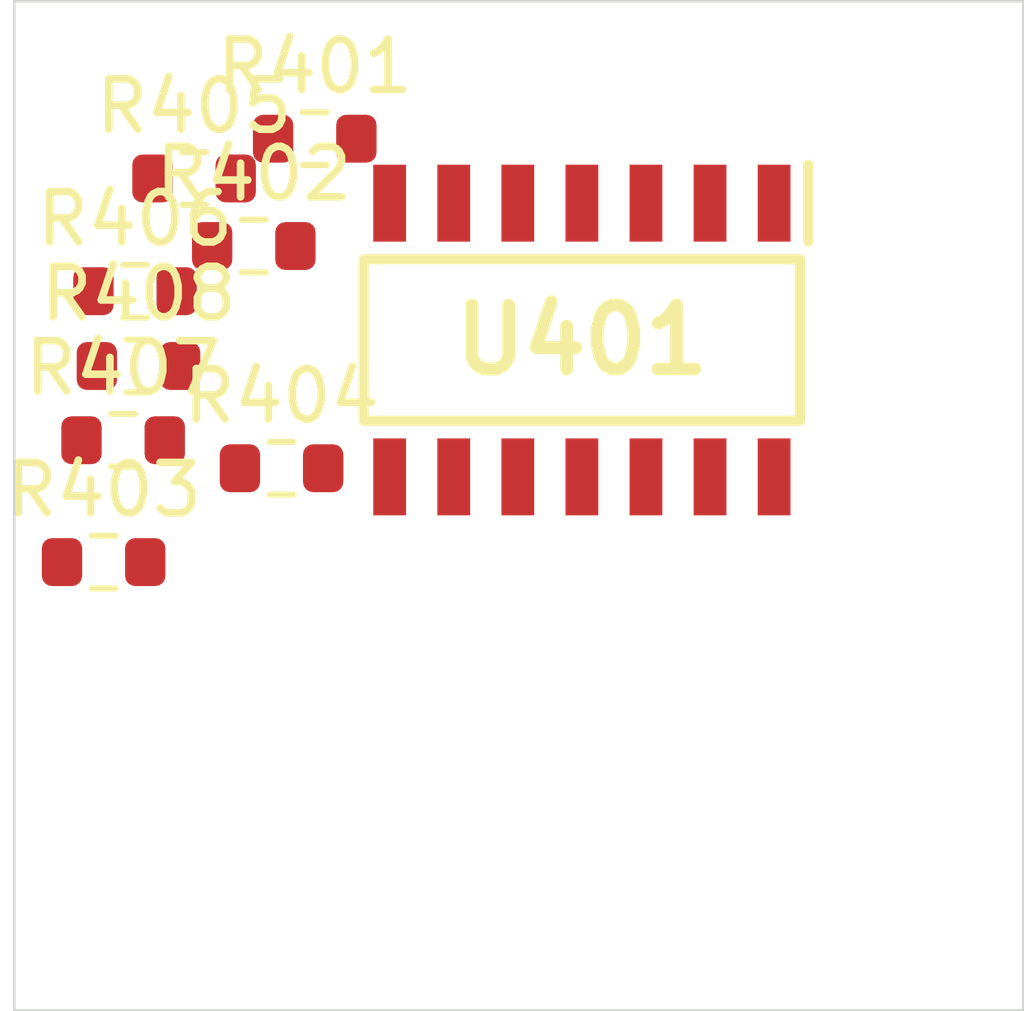
<source format=kicad_pcb>
 ( kicad_pcb  ( version 20171130 )
 ( host pcbnew 5.1.12-84ad8e8a86~92~ubuntu18.04.1 )
 ( general  ( thickness 1.6 )
 ( drawings 4 )
 ( tracks 0 )
 ( zones 0 )
 ( modules 9 )
 ( nets 14 )
)
 ( page A4 )
 ( layers  ( 0 F.Cu signal )
 ( 31 B.Cu signal )
 ( 32 B.Adhes user )
 ( 33 F.Adhes user )
 ( 34 B.Paste user )
 ( 35 F.Paste user )
 ( 36 B.SilkS user )
 ( 37 F.SilkS user )
 ( 38 B.Mask user )
 ( 39 F.Mask user )
 ( 40 Dwgs.User user )
 ( 41 Cmts.User user )
 ( 42 Eco1.User user )
 ( 43 Eco2.User user )
 ( 44 Edge.Cuts user )
 ( 45 Margin user )
 ( 46 B.CrtYd user )
 ( 47 F.CrtYd user )
 ( 48 B.Fab user )
 ( 49 F.Fab user )
)
 ( setup  ( last_trace_width 0.25 )
 ( trace_clearance 0.2 )
 ( zone_clearance 0.508 )
 ( zone_45_only no )
 ( trace_min 0.2 )
 ( via_size 0.8 )
 ( via_drill 0.4 )
 ( via_min_size 0.4 )
 ( via_min_drill 0.3 )
 ( uvia_size 0.3 )
 ( uvia_drill 0.1 )
 ( uvias_allowed no )
 ( uvia_min_size 0.2 )
 ( uvia_min_drill 0.1 )
 ( edge_width 0.05 )
 ( segment_width 0.2 )
 ( pcb_text_width 0.3 )
 ( pcb_text_size 1.5 1.5 )
 ( mod_edge_width 0.12 )
 ( mod_text_size 1 1 )
 ( mod_text_width 0.15 )
 ( pad_size 1.524 1.524 )
 ( pad_drill 0.762 )
 ( pad_to_mask_clearance 0 )
 ( aux_axis_origin 0 0 )
 ( visible_elements FFFFFF7F )
 ( pcbplotparams  ( layerselection 0x010fc_ffffffff )
 ( usegerberextensions false )
 ( usegerberattributes true )
 ( usegerberadvancedattributes true )
 ( creategerberjobfile true )
 ( excludeedgelayer true )
 ( linewidth 0.100000 )
 ( plotframeref false )
 ( viasonmask false )
 ( mode 1 )
 ( useauxorigin false )
 ( hpglpennumber 1 )
 ( hpglpenspeed 20 )
 ( hpglpendiameter 15.000000 )
 ( psnegative false )
 ( psa4output false )
 ( plotreference true )
 ( plotvalue true )
 ( plotinvisibletext false )
 ( padsonsilk false )
 ( subtractmaskfromsilk false )
 ( outputformat 1 )
 ( mirror false )
 ( drillshape 1 )
 ( scaleselection 1 )
 ( outputdirectory "" )
)
)
 ( net 0 "" )
 ( net 1 /Sheet6235D886/vp )
 ( net 2 /Sheet6248AD22/chn0 )
 ( net 3 /Sheet6248AD22/chn1 )
 ( net 4 /Sheet6248AD22/chn2 )
 ( net 5 /Sheet6248AD22/chn3 )
 ( net 6 "Net-(R401-Pad2)" )
 ( net 7 "Net-(R402-Pad2)" )
 ( net 8 "Net-(R403-Pad2)" )
 ( net 9 "Net-(R404-Pad2)" )
 ( net 10 /Sheet6248AD22/chn0_n )
 ( net 11 /Sheet6248AD22/chn1_n )
 ( net 12 /Sheet6248AD22/chn2_n )
 ( net 13 /Sheet6248AD22/chn3_n )
 ( net_class Default "This is the default net class."  ( clearance 0.2 )
 ( trace_width 0.25 )
 ( via_dia 0.8 )
 ( via_drill 0.4 )
 ( uvia_dia 0.3 )
 ( uvia_drill 0.1 )
 ( add_net /Sheet6235D886/vp )
 ( add_net /Sheet6248AD22/chn0 )
 ( add_net /Sheet6248AD22/chn0_n )
 ( add_net /Sheet6248AD22/chn1 )
 ( add_net /Sheet6248AD22/chn1_n )
 ( add_net /Sheet6248AD22/chn2 )
 ( add_net /Sheet6248AD22/chn2_n )
 ( add_net /Sheet6248AD22/chn3 )
 ( add_net /Sheet6248AD22/chn3_n )
 ( add_net "Net-(R401-Pad2)" )
 ( add_net "Net-(R402-Pad2)" )
 ( add_net "Net-(R403-Pad2)" )
 ( add_net "Net-(R404-Pad2)" )
)
 ( module Resistor_SMD:R_0603_1608Metric  ( layer F.Cu )
 ( tedit 5F68FEEE )
 ( tstamp 623425C8 )
 ( at 85.955900 102.724000 )
 ( descr "Resistor SMD 0603 (1608 Metric), square (rectangular) end terminal, IPC_7351 nominal, (Body size source: IPC-SM-782 page 72, https://www.pcb-3d.com/wordpress/wp-content/uploads/ipc-sm-782a_amendment_1_and_2.pdf), generated with kicad-footprint-generator" )
 ( tags resistor )
 ( path /6248AD23/6249ADFD )
 ( attr smd )
 ( fp_text reference R401  ( at 0 -1.43 )
 ( layer F.SilkS )
 ( effects  ( font  ( size 1 1 )
 ( thickness 0.15 )
)
)
)
 ( fp_text value 10M  ( at 0 1.43 )
 ( layer F.Fab )
 ( effects  ( font  ( size 1 1 )
 ( thickness 0.15 )
)
)
)
 ( fp_line  ( start -0.8 0.4125 )
 ( end -0.8 -0.4125 )
 ( layer F.Fab )
 ( width 0.1 )
)
 ( fp_line  ( start -0.8 -0.4125 )
 ( end 0.8 -0.4125 )
 ( layer F.Fab )
 ( width 0.1 )
)
 ( fp_line  ( start 0.8 -0.4125 )
 ( end 0.8 0.4125 )
 ( layer F.Fab )
 ( width 0.1 )
)
 ( fp_line  ( start 0.8 0.4125 )
 ( end -0.8 0.4125 )
 ( layer F.Fab )
 ( width 0.1 )
)
 ( fp_line  ( start -0.237258 -0.5225 )
 ( end 0.237258 -0.5225 )
 ( layer F.SilkS )
 ( width 0.12 )
)
 ( fp_line  ( start -0.237258 0.5225 )
 ( end 0.237258 0.5225 )
 ( layer F.SilkS )
 ( width 0.12 )
)
 ( fp_line  ( start -1.48 0.73 )
 ( end -1.48 -0.73 )
 ( layer F.CrtYd )
 ( width 0.05 )
)
 ( fp_line  ( start -1.48 -0.73 )
 ( end 1.48 -0.73 )
 ( layer F.CrtYd )
 ( width 0.05 )
)
 ( fp_line  ( start 1.48 -0.73 )
 ( end 1.48 0.73 )
 ( layer F.CrtYd )
 ( width 0.05 )
)
 ( fp_line  ( start 1.48 0.73 )
 ( end -1.48 0.73 )
 ( layer F.CrtYd )
 ( width 0.05 )
)
 ( fp_text user %R  ( at 0 0 )
 ( layer F.Fab )
 ( effects  ( font  ( size 0.4 0.4 )
 ( thickness 0.06 )
)
)
)
 ( pad 2 smd roundrect  ( at 0.825 0 )
 ( size 0.8 0.95 )
 ( layers F.Cu F.Mask F.Paste )
 ( roundrect_rratio 0.25 )
 ( net 6 "Net-(R401-Pad2)" )
)
 ( pad 1 smd roundrect  ( at -0.825 0 )
 ( size 0.8 0.95 )
 ( layers F.Cu F.Mask F.Paste )
 ( roundrect_rratio 0.25 )
 ( net 10 /Sheet6248AD22/chn0_n )
)
 ( model ${KISYS3DMOD}/Resistor_SMD.3dshapes/R_0603_1608Metric.wrl  ( at  ( xyz 0 0 0 )
)
 ( scale  ( xyz 1 1 1 )
)
 ( rotate  ( xyz 0 0 0 )
)
)
)
 ( module Resistor_SMD:R_0603_1608Metric  ( layer F.Cu )
 ( tedit 5F68FEEE )
 ( tstamp 623425D9 )
 ( at 84.747800 104.851000 )
 ( descr "Resistor SMD 0603 (1608 Metric), square (rectangular) end terminal, IPC_7351 nominal, (Body size source: IPC-SM-782 page 72, https://www.pcb-3d.com/wordpress/wp-content/uploads/ipc-sm-782a_amendment_1_and_2.pdf), generated with kicad-footprint-generator" )
 ( tags resistor )
 ( path /6248AD23/6249B75E )
 ( attr smd )
 ( fp_text reference R402  ( at 0 -1.43 )
 ( layer F.SilkS )
 ( effects  ( font  ( size 1 1 )
 ( thickness 0.15 )
)
)
)
 ( fp_text value 10M  ( at 0 1.43 )
 ( layer F.Fab )
 ( effects  ( font  ( size 1 1 )
 ( thickness 0.15 )
)
)
)
 ( fp_line  ( start 1.48 0.73 )
 ( end -1.48 0.73 )
 ( layer F.CrtYd )
 ( width 0.05 )
)
 ( fp_line  ( start 1.48 -0.73 )
 ( end 1.48 0.73 )
 ( layer F.CrtYd )
 ( width 0.05 )
)
 ( fp_line  ( start -1.48 -0.73 )
 ( end 1.48 -0.73 )
 ( layer F.CrtYd )
 ( width 0.05 )
)
 ( fp_line  ( start -1.48 0.73 )
 ( end -1.48 -0.73 )
 ( layer F.CrtYd )
 ( width 0.05 )
)
 ( fp_line  ( start -0.237258 0.5225 )
 ( end 0.237258 0.5225 )
 ( layer F.SilkS )
 ( width 0.12 )
)
 ( fp_line  ( start -0.237258 -0.5225 )
 ( end 0.237258 -0.5225 )
 ( layer F.SilkS )
 ( width 0.12 )
)
 ( fp_line  ( start 0.8 0.4125 )
 ( end -0.8 0.4125 )
 ( layer F.Fab )
 ( width 0.1 )
)
 ( fp_line  ( start 0.8 -0.4125 )
 ( end 0.8 0.4125 )
 ( layer F.Fab )
 ( width 0.1 )
)
 ( fp_line  ( start -0.8 -0.4125 )
 ( end 0.8 -0.4125 )
 ( layer F.Fab )
 ( width 0.1 )
)
 ( fp_line  ( start -0.8 0.4125 )
 ( end -0.8 -0.4125 )
 ( layer F.Fab )
 ( width 0.1 )
)
 ( fp_text user %R  ( at 0 0 )
 ( layer F.Fab )
 ( effects  ( font  ( size 0.4 0.4 )
 ( thickness 0.06 )
)
)
)
 ( pad 1 smd roundrect  ( at -0.825 0 )
 ( size 0.8 0.95 )
 ( layers F.Cu F.Mask F.Paste )
 ( roundrect_rratio 0.25 )
 ( net 11 /Sheet6248AD22/chn1_n )
)
 ( pad 2 smd roundrect  ( at 0.825 0 )
 ( size 0.8 0.95 )
 ( layers F.Cu F.Mask F.Paste )
 ( roundrect_rratio 0.25 )
 ( net 7 "Net-(R402-Pad2)" )
)
 ( model ${KISYS3DMOD}/Resistor_SMD.3dshapes/R_0603_1608Metric.wrl  ( at  ( xyz 0 0 0 )
)
 ( scale  ( xyz 1 1 1 )
)
 ( rotate  ( xyz 0 0 0 )
)
)
)
 ( module Resistor_SMD:R_0603_1608Metric  ( layer F.Cu )
 ( tedit 5F68FEEE )
 ( tstamp 623425EA )
 ( at 81.771700 111.115000 )
 ( descr "Resistor SMD 0603 (1608 Metric), square (rectangular) end terminal, IPC_7351 nominal, (Body size source: IPC-SM-782 page 72, https://www.pcb-3d.com/wordpress/wp-content/uploads/ipc-sm-782a_amendment_1_and_2.pdf), generated with kicad-footprint-generator" )
 ( tags resistor )
 ( path /6248AD23/6249FB7A )
 ( attr smd )
 ( fp_text reference R403  ( at 0 -1.43 )
 ( layer F.SilkS )
 ( effects  ( font  ( size 1 1 )
 ( thickness 0.15 )
)
)
)
 ( fp_text value 10M  ( at 0 1.43 )
 ( layer F.Fab )
 ( effects  ( font  ( size 1 1 )
 ( thickness 0.15 )
)
)
)
 ( fp_line  ( start 1.48 0.73 )
 ( end -1.48 0.73 )
 ( layer F.CrtYd )
 ( width 0.05 )
)
 ( fp_line  ( start 1.48 -0.73 )
 ( end 1.48 0.73 )
 ( layer F.CrtYd )
 ( width 0.05 )
)
 ( fp_line  ( start -1.48 -0.73 )
 ( end 1.48 -0.73 )
 ( layer F.CrtYd )
 ( width 0.05 )
)
 ( fp_line  ( start -1.48 0.73 )
 ( end -1.48 -0.73 )
 ( layer F.CrtYd )
 ( width 0.05 )
)
 ( fp_line  ( start -0.237258 0.5225 )
 ( end 0.237258 0.5225 )
 ( layer F.SilkS )
 ( width 0.12 )
)
 ( fp_line  ( start -0.237258 -0.5225 )
 ( end 0.237258 -0.5225 )
 ( layer F.SilkS )
 ( width 0.12 )
)
 ( fp_line  ( start 0.8 0.4125 )
 ( end -0.8 0.4125 )
 ( layer F.Fab )
 ( width 0.1 )
)
 ( fp_line  ( start 0.8 -0.4125 )
 ( end 0.8 0.4125 )
 ( layer F.Fab )
 ( width 0.1 )
)
 ( fp_line  ( start -0.8 -0.4125 )
 ( end 0.8 -0.4125 )
 ( layer F.Fab )
 ( width 0.1 )
)
 ( fp_line  ( start -0.8 0.4125 )
 ( end -0.8 -0.4125 )
 ( layer F.Fab )
 ( width 0.1 )
)
 ( fp_text user %R  ( at 0 0 )
 ( layer F.Fab )
 ( effects  ( font  ( size 0.4 0.4 )
 ( thickness 0.06 )
)
)
)
 ( pad 1 smd roundrect  ( at -0.825 0 )
 ( size 0.8 0.95 )
 ( layers F.Cu F.Mask F.Paste )
 ( roundrect_rratio 0.25 )
 ( net 12 /Sheet6248AD22/chn2_n )
)
 ( pad 2 smd roundrect  ( at 0.825 0 )
 ( size 0.8 0.95 )
 ( layers F.Cu F.Mask F.Paste )
 ( roundrect_rratio 0.25 )
 ( net 8 "Net-(R403-Pad2)" )
)
 ( model ${KISYS3DMOD}/Resistor_SMD.3dshapes/R_0603_1608Metric.wrl  ( at  ( xyz 0 0 0 )
)
 ( scale  ( xyz 1 1 1 )
)
 ( rotate  ( xyz 0 0 0 )
)
)
)
 ( module Resistor_SMD:R_0603_1608Metric  ( layer F.Cu )
 ( tedit 5F68FEEE )
 ( tstamp 623425FB )
 ( at 85.298100 109.255000 )
 ( descr "Resistor SMD 0603 (1608 Metric), square (rectangular) end terminal, IPC_7351 nominal, (Body size source: IPC-SM-782 page 72, https://www.pcb-3d.com/wordpress/wp-content/uploads/ipc-sm-782a_amendment_1_and_2.pdf), generated with kicad-footprint-generator" )
 ( tags resistor )
 ( path /6248AD23/6249FB74 )
 ( attr smd )
 ( fp_text reference R404  ( at 0 -1.43 )
 ( layer F.SilkS )
 ( effects  ( font  ( size 1 1 )
 ( thickness 0.15 )
)
)
)
 ( fp_text value 10M  ( at 0 1.43 )
 ( layer F.Fab )
 ( effects  ( font  ( size 1 1 )
 ( thickness 0.15 )
)
)
)
 ( fp_line  ( start -0.8 0.4125 )
 ( end -0.8 -0.4125 )
 ( layer F.Fab )
 ( width 0.1 )
)
 ( fp_line  ( start -0.8 -0.4125 )
 ( end 0.8 -0.4125 )
 ( layer F.Fab )
 ( width 0.1 )
)
 ( fp_line  ( start 0.8 -0.4125 )
 ( end 0.8 0.4125 )
 ( layer F.Fab )
 ( width 0.1 )
)
 ( fp_line  ( start 0.8 0.4125 )
 ( end -0.8 0.4125 )
 ( layer F.Fab )
 ( width 0.1 )
)
 ( fp_line  ( start -0.237258 -0.5225 )
 ( end 0.237258 -0.5225 )
 ( layer F.SilkS )
 ( width 0.12 )
)
 ( fp_line  ( start -0.237258 0.5225 )
 ( end 0.237258 0.5225 )
 ( layer F.SilkS )
 ( width 0.12 )
)
 ( fp_line  ( start -1.48 0.73 )
 ( end -1.48 -0.73 )
 ( layer F.CrtYd )
 ( width 0.05 )
)
 ( fp_line  ( start -1.48 -0.73 )
 ( end 1.48 -0.73 )
 ( layer F.CrtYd )
 ( width 0.05 )
)
 ( fp_line  ( start 1.48 -0.73 )
 ( end 1.48 0.73 )
 ( layer F.CrtYd )
 ( width 0.05 )
)
 ( fp_line  ( start 1.48 0.73 )
 ( end -1.48 0.73 )
 ( layer F.CrtYd )
 ( width 0.05 )
)
 ( fp_text user %R  ( at 0 0 )
 ( layer F.Fab )
 ( effects  ( font  ( size 0.4 0.4 )
 ( thickness 0.06 )
)
)
)
 ( pad 2 smd roundrect  ( at 0.825 0 )
 ( size 0.8 0.95 )
 ( layers F.Cu F.Mask F.Paste )
 ( roundrect_rratio 0.25 )
 ( net 9 "Net-(R404-Pad2)" )
)
 ( pad 1 smd roundrect  ( at -0.825 0 )
 ( size 0.8 0.95 )
 ( layers F.Cu F.Mask F.Paste )
 ( roundrect_rratio 0.25 )
 ( net 13 /Sheet6248AD22/chn3_n )
)
 ( model ${KISYS3DMOD}/Resistor_SMD.3dshapes/R_0603_1608Metric.wrl  ( at  ( xyz 0 0 0 )
)
 ( scale  ( xyz 1 1 1 )
)
 ( rotate  ( xyz 0 0 0 )
)
)
)
 ( module Resistor_SMD:R_0603_1608Metric  ( layer F.Cu )
 ( tedit 5F68FEEE )
 ( tstamp 6234260C )
 ( at 83.564600 103.512000 )
 ( descr "Resistor SMD 0603 (1608 Metric), square (rectangular) end terminal, IPC_7351 nominal, (Body size source: IPC-SM-782 page 72, https://www.pcb-3d.com/wordpress/wp-content/uploads/ipc-sm-782a_amendment_1_and_2.pdf), generated with kicad-footprint-generator" )
 ( tags resistor )
 ( path /6248AD23/62497F62 )
 ( attr smd )
 ( fp_text reference R405  ( at 0 -1.43 )
 ( layer F.SilkS )
 ( effects  ( font  ( size 1 1 )
 ( thickness 0.15 )
)
)
)
 ( fp_text value 750k  ( at 0 1.43 )
 ( layer F.Fab )
 ( effects  ( font  ( size 1 1 )
 ( thickness 0.15 )
)
)
)
 ( fp_line  ( start -0.8 0.4125 )
 ( end -0.8 -0.4125 )
 ( layer F.Fab )
 ( width 0.1 )
)
 ( fp_line  ( start -0.8 -0.4125 )
 ( end 0.8 -0.4125 )
 ( layer F.Fab )
 ( width 0.1 )
)
 ( fp_line  ( start 0.8 -0.4125 )
 ( end 0.8 0.4125 )
 ( layer F.Fab )
 ( width 0.1 )
)
 ( fp_line  ( start 0.8 0.4125 )
 ( end -0.8 0.4125 )
 ( layer F.Fab )
 ( width 0.1 )
)
 ( fp_line  ( start -0.237258 -0.5225 )
 ( end 0.237258 -0.5225 )
 ( layer F.SilkS )
 ( width 0.12 )
)
 ( fp_line  ( start -0.237258 0.5225 )
 ( end 0.237258 0.5225 )
 ( layer F.SilkS )
 ( width 0.12 )
)
 ( fp_line  ( start -1.48 0.73 )
 ( end -1.48 -0.73 )
 ( layer F.CrtYd )
 ( width 0.05 )
)
 ( fp_line  ( start -1.48 -0.73 )
 ( end 1.48 -0.73 )
 ( layer F.CrtYd )
 ( width 0.05 )
)
 ( fp_line  ( start 1.48 -0.73 )
 ( end 1.48 0.73 )
 ( layer F.CrtYd )
 ( width 0.05 )
)
 ( fp_line  ( start 1.48 0.73 )
 ( end -1.48 0.73 )
 ( layer F.CrtYd )
 ( width 0.05 )
)
 ( fp_text user %R  ( at 0 0 )
 ( layer F.Fab )
 ( effects  ( font  ( size 0.4 0.4 )
 ( thickness 0.06 )
)
)
)
 ( pad 2 smd roundrect  ( at 0.825 0 )
 ( size 0.8 0.95 )
 ( layers F.Cu F.Mask F.Paste )
 ( roundrect_rratio 0.25 )
 ( net 6 "Net-(R401-Pad2)" )
)
 ( pad 1 smd roundrect  ( at -0.825 0 )
 ( size 0.8 0.95 )
 ( layers F.Cu F.Mask F.Paste )
 ( roundrect_rratio 0.25 )
 ( net 1 /Sheet6235D886/vp )
)
 ( model ${KISYS3DMOD}/Resistor_SMD.3dshapes/R_0603_1608Metric.wrl  ( at  ( xyz 0 0 0 )
)
 ( scale  ( xyz 1 1 1 )
)
 ( rotate  ( xyz 0 0 0 )
)
)
)
 ( module Resistor_SMD:R_0603_1608Metric  ( layer F.Cu )
 ( tedit 5F68FEEE )
 ( tstamp 6234261D )
 ( at 82.395200 105.746000 )
 ( descr "Resistor SMD 0603 (1608 Metric), square (rectangular) end terminal, IPC_7351 nominal, (Body size source: IPC-SM-782 page 72, https://www.pcb-3d.com/wordpress/wp-content/uploads/ipc-sm-782a_amendment_1_and_2.pdf), generated with kicad-footprint-generator" )
 ( tags resistor )
 ( path /6248AD23/62499098 )
 ( attr smd )
 ( fp_text reference R406  ( at 0 -1.43 )
 ( layer F.SilkS )
 ( effects  ( font  ( size 1 1 )
 ( thickness 0.15 )
)
)
)
 ( fp_text value 750k  ( at 0 1.43 )
 ( layer F.Fab )
 ( effects  ( font  ( size 1 1 )
 ( thickness 0.15 )
)
)
)
 ( fp_line  ( start 1.48 0.73 )
 ( end -1.48 0.73 )
 ( layer F.CrtYd )
 ( width 0.05 )
)
 ( fp_line  ( start 1.48 -0.73 )
 ( end 1.48 0.73 )
 ( layer F.CrtYd )
 ( width 0.05 )
)
 ( fp_line  ( start -1.48 -0.73 )
 ( end 1.48 -0.73 )
 ( layer F.CrtYd )
 ( width 0.05 )
)
 ( fp_line  ( start -1.48 0.73 )
 ( end -1.48 -0.73 )
 ( layer F.CrtYd )
 ( width 0.05 )
)
 ( fp_line  ( start -0.237258 0.5225 )
 ( end 0.237258 0.5225 )
 ( layer F.SilkS )
 ( width 0.12 )
)
 ( fp_line  ( start -0.237258 -0.5225 )
 ( end 0.237258 -0.5225 )
 ( layer F.SilkS )
 ( width 0.12 )
)
 ( fp_line  ( start 0.8 0.4125 )
 ( end -0.8 0.4125 )
 ( layer F.Fab )
 ( width 0.1 )
)
 ( fp_line  ( start 0.8 -0.4125 )
 ( end 0.8 0.4125 )
 ( layer F.Fab )
 ( width 0.1 )
)
 ( fp_line  ( start -0.8 -0.4125 )
 ( end 0.8 -0.4125 )
 ( layer F.Fab )
 ( width 0.1 )
)
 ( fp_line  ( start -0.8 0.4125 )
 ( end -0.8 -0.4125 )
 ( layer F.Fab )
 ( width 0.1 )
)
 ( fp_text user %R  ( at 0 0 )
 ( layer F.Fab )
 ( effects  ( font  ( size 0.4 0.4 )
 ( thickness 0.06 )
)
)
)
 ( pad 1 smd roundrect  ( at -0.825 0 )
 ( size 0.8 0.95 )
 ( layers F.Cu F.Mask F.Paste )
 ( roundrect_rratio 0.25 )
 ( net 1 /Sheet6235D886/vp )
)
 ( pad 2 smd roundrect  ( at 0.825 0 )
 ( size 0.8 0.95 )
 ( layers F.Cu F.Mask F.Paste )
 ( roundrect_rratio 0.25 )
 ( net 7 "Net-(R402-Pad2)" )
)
 ( model ${KISYS3DMOD}/Resistor_SMD.3dshapes/R_0603_1608Metric.wrl  ( at  ( xyz 0 0 0 )
)
 ( scale  ( xyz 1 1 1 )
)
 ( rotate  ( xyz 0 0 0 )
)
)
)
 ( module Resistor_SMD:R_0603_1608Metric  ( layer F.Cu )
 ( tedit 5F68FEEE )
 ( tstamp 6234262E )
 ( at 82.158300 108.700000 )
 ( descr "Resistor SMD 0603 (1608 Metric), square (rectangular) end terminal, IPC_7351 nominal, (Body size source: IPC-SM-782 page 72, https://www.pcb-3d.com/wordpress/wp-content/uploads/ipc-sm-782a_amendment_1_and_2.pdf), generated with kicad-footprint-generator" )
 ( tags resistor )
 ( path /6248AD23/624A0FFB )
 ( attr smd )
 ( fp_text reference R407  ( at 0 -1.43 )
 ( layer F.SilkS )
 ( effects  ( font  ( size 1 1 )
 ( thickness 0.15 )
)
)
)
 ( fp_text value 1.5M  ( at 0 1.43 )
 ( layer F.Fab )
 ( effects  ( font  ( size 1 1 )
 ( thickness 0.15 )
)
)
)
 ( fp_line  ( start 1.48 0.73 )
 ( end -1.48 0.73 )
 ( layer F.CrtYd )
 ( width 0.05 )
)
 ( fp_line  ( start 1.48 -0.73 )
 ( end 1.48 0.73 )
 ( layer F.CrtYd )
 ( width 0.05 )
)
 ( fp_line  ( start -1.48 -0.73 )
 ( end 1.48 -0.73 )
 ( layer F.CrtYd )
 ( width 0.05 )
)
 ( fp_line  ( start -1.48 0.73 )
 ( end -1.48 -0.73 )
 ( layer F.CrtYd )
 ( width 0.05 )
)
 ( fp_line  ( start -0.237258 0.5225 )
 ( end 0.237258 0.5225 )
 ( layer F.SilkS )
 ( width 0.12 )
)
 ( fp_line  ( start -0.237258 -0.5225 )
 ( end 0.237258 -0.5225 )
 ( layer F.SilkS )
 ( width 0.12 )
)
 ( fp_line  ( start 0.8 0.4125 )
 ( end -0.8 0.4125 )
 ( layer F.Fab )
 ( width 0.1 )
)
 ( fp_line  ( start 0.8 -0.4125 )
 ( end 0.8 0.4125 )
 ( layer F.Fab )
 ( width 0.1 )
)
 ( fp_line  ( start -0.8 -0.4125 )
 ( end 0.8 -0.4125 )
 ( layer F.Fab )
 ( width 0.1 )
)
 ( fp_line  ( start -0.8 0.4125 )
 ( end -0.8 -0.4125 )
 ( layer F.Fab )
 ( width 0.1 )
)
 ( fp_text user %R  ( at 0 0 )
 ( layer F.Fab )
 ( effects  ( font  ( size 0.4 0.4 )
 ( thickness 0.06 )
)
)
)
 ( pad 1 smd roundrect  ( at -0.825 0 )
 ( size 0.8 0.95 )
 ( layers F.Cu F.Mask F.Paste )
 ( roundrect_rratio 0.25 )
 ( net 1 /Sheet6235D886/vp )
)
 ( pad 2 smd roundrect  ( at 0.825 0 )
 ( size 0.8 0.95 )
 ( layers F.Cu F.Mask F.Paste )
 ( roundrect_rratio 0.25 )
 ( net 8 "Net-(R403-Pad2)" )
)
 ( model ${KISYS3DMOD}/Resistor_SMD.3dshapes/R_0603_1608Metric.wrl  ( at  ( xyz 0 0 0 )
)
 ( scale  ( xyz 1 1 1 )
)
 ( rotate  ( xyz 0 0 0 )
)
)
)
 ( module Resistor_SMD:R_0603_1608Metric  ( layer F.Cu )
 ( tedit 5F68FEEE )
 ( tstamp 6234263F )
 ( at 82.463400 107.229000 )
 ( descr "Resistor SMD 0603 (1608 Metric), square (rectangular) end terminal, IPC_7351 nominal, (Body size source: IPC-SM-782 page 72, https://www.pcb-3d.com/wordpress/wp-content/uploads/ipc-sm-782a_amendment_1_and_2.pdf), generated with kicad-footprint-generator" )
 ( tags resistor )
 ( path /6248AD23/624A093C )
 ( attr smd )
 ( fp_text reference R408  ( at 0 -1.43 )
 ( layer F.SilkS )
 ( effects  ( font  ( size 1 1 )
 ( thickness 0.15 )
)
)
)
 ( fp_text value 1.5M  ( at 0 1.43 )
 ( layer F.Fab )
 ( effects  ( font  ( size 1 1 )
 ( thickness 0.15 )
)
)
)
 ( fp_line  ( start -0.8 0.4125 )
 ( end -0.8 -0.4125 )
 ( layer F.Fab )
 ( width 0.1 )
)
 ( fp_line  ( start -0.8 -0.4125 )
 ( end 0.8 -0.4125 )
 ( layer F.Fab )
 ( width 0.1 )
)
 ( fp_line  ( start 0.8 -0.4125 )
 ( end 0.8 0.4125 )
 ( layer F.Fab )
 ( width 0.1 )
)
 ( fp_line  ( start 0.8 0.4125 )
 ( end -0.8 0.4125 )
 ( layer F.Fab )
 ( width 0.1 )
)
 ( fp_line  ( start -0.237258 -0.5225 )
 ( end 0.237258 -0.5225 )
 ( layer F.SilkS )
 ( width 0.12 )
)
 ( fp_line  ( start -0.237258 0.5225 )
 ( end 0.237258 0.5225 )
 ( layer F.SilkS )
 ( width 0.12 )
)
 ( fp_line  ( start -1.48 0.73 )
 ( end -1.48 -0.73 )
 ( layer F.CrtYd )
 ( width 0.05 )
)
 ( fp_line  ( start -1.48 -0.73 )
 ( end 1.48 -0.73 )
 ( layer F.CrtYd )
 ( width 0.05 )
)
 ( fp_line  ( start 1.48 -0.73 )
 ( end 1.48 0.73 )
 ( layer F.CrtYd )
 ( width 0.05 )
)
 ( fp_line  ( start 1.48 0.73 )
 ( end -1.48 0.73 )
 ( layer F.CrtYd )
 ( width 0.05 )
)
 ( fp_text user %R  ( at 0 0 )
 ( layer F.Fab )
 ( effects  ( font  ( size 0.4 0.4 )
 ( thickness 0.06 )
)
)
)
 ( pad 2 smd roundrect  ( at 0.825 0 )
 ( size 0.8 0.95 )
 ( layers F.Cu F.Mask F.Paste )
 ( roundrect_rratio 0.25 )
 ( net 9 "Net-(R404-Pad2)" )
)
 ( pad 1 smd roundrect  ( at -0.825 0 )
 ( size 0.8 0.95 )
 ( layers F.Cu F.Mask F.Paste )
 ( roundrect_rratio 0.25 )
 ( net 1 /Sheet6235D886/vp )
)
 ( model ${KISYS3DMOD}/Resistor_SMD.3dshapes/R_0603_1608Metric.wrl  ( at  ( xyz 0 0 0 )
)
 ( scale  ( xyz 1 1 1 )
)
 ( rotate  ( xyz 0 0 0 )
)
)
)
 ( module TL074HIDR:SOIC127P600X175-14N locked  ( layer F.Cu )
 ( tedit 62336F37 )
 ( tstamp 62342709 )
 ( at 91.250400 106.714000 270.000000 )
 ( descr "D (-R-PDSO-G14)" )
 ( tags "Integrated Circuit" )
 ( path /6248AD23/624976B2 )
 ( attr smd )
 ( fp_text reference U401  ( at 0 0 )
 ( layer F.SilkS )
 ( effects  ( font  ( size 1.27 1.27 )
 ( thickness 0.254 )
)
)
)
 ( fp_text value TL074  ( at 0 0 )
 ( layer F.SilkS )
hide  ( effects  ( font  ( size 1.27 1.27 )
 ( thickness 0.254 )
)
)
)
 ( fp_line  ( start -3.725 -4.625 )
 ( end 3.725 -4.625 )
 ( layer Dwgs.User )
 ( width 0.05 )
)
 ( fp_line  ( start 3.725 -4.625 )
 ( end 3.725 4.625 )
 ( layer Dwgs.User )
 ( width 0.05 )
)
 ( fp_line  ( start 3.725 4.625 )
 ( end -3.725 4.625 )
 ( layer Dwgs.User )
 ( width 0.05 )
)
 ( fp_line  ( start -3.725 4.625 )
 ( end -3.725 -4.625 )
 ( layer Dwgs.User )
 ( width 0.05 )
)
 ( fp_line  ( start -1.95 -4.325 )
 ( end 1.95 -4.325 )
 ( layer Dwgs.User )
 ( width 0.1 )
)
 ( fp_line  ( start 1.95 -4.325 )
 ( end 1.95 4.325 )
 ( layer Dwgs.User )
 ( width 0.1 )
)
 ( fp_line  ( start 1.95 4.325 )
 ( end -1.95 4.325 )
 ( layer Dwgs.User )
 ( width 0.1 )
)
 ( fp_line  ( start -1.95 4.325 )
 ( end -1.95 -4.325 )
 ( layer Dwgs.User )
 ( width 0.1 )
)
 ( fp_line  ( start -1.95 -3.055 )
 ( end -0.68 -4.325 )
 ( layer Dwgs.User )
 ( width 0.1 )
)
 ( fp_line  ( start -1.6 -4.325 )
 ( end 1.6 -4.325 )
 ( layer F.SilkS )
 ( width 0.2 )
)
 ( fp_line  ( start 1.6 -4.325 )
 ( end 1.6 4.325 )
 ( layer F.SilkS )
 ( width 0.2 )
)
 ( fp_line  ( start 1.6 4.325 )
 ( end -1.6 4.325 )
 ( layer F.SilkS )
 ( width 0.2 )
)
 ( fp_line  ( start -1.6 4.325 )
 ( end -1.6 -4.325 )
 ( layer F.SilkS )
 ( width 0.2 )
)
 ( fp_line  ( start -3.475 -4.485 )
 ( end -1.95 -4.485 )
 ( layer F.SilkS )
 ( width 0.2 )
)
 ( pad 1 smd rect  ( at -2.712 -3.81 )
 ( size 0.65 1.525 )
 ( layers F.Cu F.Mask F.Paste )
 ( net 2 /Sheet6248AD22/chn0 )
)
 ( pad 2 smd rect  ( at -2.712 -2.54 )
 ( size 0.65 1.525 )
 ( layers F.Cu F.Mask F.Paste )
 ( net 2 /Sheet6248AD22/chn0 )
)
 ( pad 3 smd rect  ( at -2.712 -1.27 )
 ( size 0.65 1.525 )
 ( layers F.Cu F.Mask F.Paste )
 ( net 6 "Net-(R401-Pad2)" )
)
 ( pad 4 smd rect  ( at -2.712 0 )
 ( size 0.65 1.525 )
 ( layers F.Cu F.Mask F.Paste )
)
 ( pad 5 smd rect  ( at -2.712 1.27 )
 ( size 0.65 1.525 )
 ( layers F.Cu F.Mask F.Paste )
 ( net 7 "Net-(R402-Pad2)" )
)
 ( pad 6 smd rect  ( at -2.712 2.54 )
 ( size 0.65 1.525 )
 ( layers F.Cu F.Mask F.Paste )
 ( net 3 /Sheet6248AD22/chn1 )
)
 ( pad 7 smd rect  ( at -2.712 3.81 )
 ( size 0.65 1.525 )
 ( layers F.Cu F.Mask F.Paste )
 ( net 3 /Sheet6248AD22/chn1 )
)
 ( pad 8 smd rect  ( at 2.712 3.81 )
 ( size 0.65 1.525 )
 ( layers F.Cu F.Mask F.Paste )
 ( net 4 /Sheet6248AD22/chn2 )
)
 ( pad 9 smd rect  ( at 2.712 2.54 )
 ( size 0.65 1.525 )
 ( layers F.Cu F.Mask F.Paste )
 ( net 4 /Sheet6248AD22/chn2 )
)
 ( pad 10 smd rect  ( at 2.712 1.27 )
 ( size 0.65 1.525 )
 ( layers F.Cu F.Mask F.Paste )
 ( net 8 "Net-(R403-Pad2)" )
)
 ( pad 11 smd rect  ( at 2.712 0 )
 ( size 0.65 1.525 )
 ( layers F.Cu F.Mask F.Paste )
)
 ( pad 12 smd rect  ( at 2.712 -1.27 )
 ( size 0.65 1.525 )
 ( layers F.Cu F.Mask F.Paste )
 ( net 9 "Net-(R404-Pad2)" )
)
 ( pad 13 smd rect  ( at 2.712 -2.54 )
 ( size 0.65 1.525 )
 ( layers F.Cu F.Mask F.Paste )
 ( net 5 /Sheet6248AD22/chn3 )
)
 ( pad 14 smd rect  ( at 2.712 -3.81 )
 ( size 0.65 1.525 )
 ( layers F.Cu F.Mask F.Paste )
 ( net 5 /Sheet6248AD22/chn3 )
)
)
 ( gr_line  ( start 100 100 )
 ( end 100 120 )
 ( layer Edge.Cuts )
 ( width 0.05 )
 ( tstamp 62E76D2A )
)
 ( gr_line  ( start 80 120 )
 ( end 100 120 )
 ( layer Edge.Cuts )
 ( width 0.05 )
 ( tstamp 62E76D27 )
)
 ( gr_line  ( start 80 100 )
 ( end 80 120 )
 ( layer Edge.Cuts )
 ( width 0.05 )
 ( tstamp 6234110C )
)
 ( gr_line  ( start 80 100 )
 ( end 100 100 )
 ( layer Edge.Cuts )
 ( width 0.05 )
)
)

</source>
